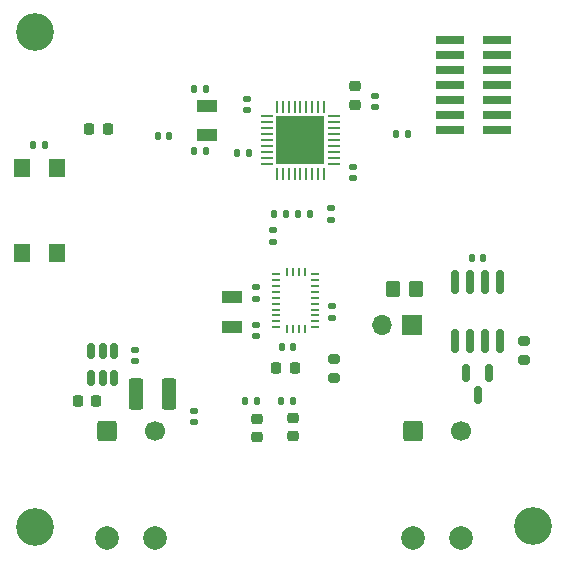
<source format=gbr>
%TF.GenerationSoftware,KiCad,Pcbnew,7.0.1-0*%
%TF.CreationDate,2024-03-03T19:15:34-08:00*%
%TF.ProjectId,BNOCAN,424e4f43-414e-42e6-9b69-6361645f7063,rev?*%
%TF.SameCoordinates,Original*%
%TF.FileFunction,Soldermask,Top*%
%TF.FilePolarity,Negative*%
%FSLAX46Y46*%
G04 Gerber Fmt 4.6, Leading zero omitted, Abs format (unit mm)*
G04 Created by KiCad (PCBNEW 7.0.1-0) date 2024-03-03 19:15:34*
%MOMM*%
%LPD*%
G01*
G04 APERTURE LIST*
G04 Aperture macros list*
%AMRoundRect*
0 Rectangle with rounded corners*
0 $1 Rounding radius*
0 $2 $3 $4 $5 $6 $7 $8 $9 X,Y pos of 4 corners*
0 Add a 4 corners polygon primitive as box body*
4,1,4,$2,$3,$4,$5,$6,$7,$8,$9,$2,$3,0*
0 Add four circle primitives for the rounded corners*
1,1,$1+$1,$2,$3*
1,1,$1+$1,$4,$5*
1,1,$1+$1,$6,$7*
1,1,$1+$1,$8,$9*
0 Add four rect primitives between the rounded corners*
20,1,$1+$1,$2,$3,$4,$5,0*
20,1,$1+$1,$4,$5,$6,$7,0*
20,1,$1+$1,$6,$7,$8,$9,0*
20,1,$1+$1,$8,$9,$2,$3,0*%
G04 Aperture macros list end*
%ADD10RoundRect,0.062500X-0.475000X-0.062500X0.475000X-0.062500X0.475000X0.062500X-0.475000X0.062500X0*%
%ADD11RoundRect,0.062500X-0.062500X-0.475000X0.062500X-0.475000X0.062500X0.475000X-0.062500X0.475000X0*%
%ADD12R,4.100000X4.100000*%
%ADD13RoundRect,0.218750X0.256250X-0.218750X0.256250X0.218750X-0.256250X0.218750X-0.256250X-0.218750X0*%
%ADD14R,1.800000X1.000000*%
%ADD15RoundRect,0.140000X-0.140000X-0.170000X0.140000X-0.170000X0.140000X0.170000X-0.140000X0.170000X0*%
%ADD16RoundRect,0.150000X-0.150000X0.587500X-0.150000X-0.587500X0.150000X-0.587500X0.150000X0.587500X0*%
%ADD17RoundRect,0.150000X-0.150000X0.825000X-0.150000X-0.825000X0.150000X-0.825000X0.150000X0.825000X0*%
%ADD18C,2.000000*%
%ADD19RoundRect,0.250000X-0.600000X-0.600000X0.600000X-0.600000X0.600000X0.600000X-0.600000X0.600000X0*%
%ADD20C,1.700000*%
%ADD21RoundRect,0.150000X-0.150000X0.512500X-0.150000X-0.512500X0.150000X-0.512500X0.150000X0.512500X0*%
%ADD22RoundRect,0.135000X-0.135000X-0.185000X0.135000X-0.185000X0.135000X0.185000X-0.135000X0.185000X0*%
%ADD23RoundRect,0.250000X0.350000X0.450000X-0.350000X0.450000X-0.350000X-0.450000X0.350000X-0.450000X0*%
%ADD24C,3.200000*%
%ADD25RoundRect,0.225000X0.225000X0.250000X-0.225000X0.250000X-0.225000X-0.250000X0.225000X-0.250000X0*%
%ADD26RoundRect,0.140000X0.170000X-0.140000X0.170000X0.140000X-0.170000X0.140000X-0.170000X-0.140000X0*%
%ADD27R,0.675000X0.254000*%
%ADD28R,0.254000X0.675000*%
%ADD29RoundRect,0.135000X0.185000X-0.135000X0.185000X0.135000X-0.185000X0.135000X-0.185000X-0.135000X0*%
%ADD30R,2.400000X0.740000*%
%ADD31RoundRect,0.140000X-0.170000X0.140000X-0.170000X-0.140000X0.170000X-0.140000X0.170000X0.140000X0*%
%ADD32R,1.700000X1.700000*%
%ADD33O,1.700000X1.700000*%
%ADD34RoundRect,0.250000X-0.375000X-1.075000X0.375000X-1.075000X0.375000X1.075000X-0.375000X1.075000X0*%
%ADD35RoundRect,0.135000X-0.185000X0.135000X-0.185000X-0.135000X0.185000X-0.135000X0.185000X0.135000X0*%
%ADD36RoundRect,0.140000X0.140000X0.170000X-0.140000X0.170000X-0.140000X-0.170000X0.140000X-0.170000X0*%
%ADD37RoundRect,0.225000X0.250000X-0.225000X0.250000X0.225000X-0.250000X0.225000X-0.250000X-0.225000X0*%
%ADD38R,1.400000X1.600000*%
%ADD39RoundRect,0.200000X0.275000X-0.200000X0.275000X0.200000X-0.275000X0.200000X-0.275000X-0.200000X0*%
%ADD40RoundRect,0.135000X0.135000X0.185000X-0.135000X0.185000X-0.135000X-0.185000X0.135000X-0.185000X0*%
%ADD41RoundRect,0.225000X-0.225000X-0.250000X0.225000X-0.250000X0.225000X0.250000X-0.225000X0.250000X0*%
G04 APERTURE END LIST*
D10*
%TO.C,U4*%
X133562500Y-66400000D03*
X133562500Y-66900000D03*
X133562500Y-67400000D03*
X133562500Y-67900000D03*
X133562500Y-68400000D03*
X133562500Y-68900000D03*
X133562500Y-69400000D03*
X133562500Y-69900000D03*
X133562500Y-70400000D03*
D11*
X134400000Y-71237500D03*
X134900000Y-71237500D03*
X135400000Y-71237500D03*
X135900000Y-71237500D03*
X136400000Y-71237500D03*
X136900000Y-71237500D03*
X137400000Y-71237500D03*
X137900000Y-71237500D03*
X138400000Y-71237500D03*
D10*
X139237500Y-70400000D03*
X139237500Y-69900000D03*
X139237500Y-69400000D03*
X139237500Y-68900000D03*
X139237500Y-68400000D03*
X139237500Y-67900000D03*
X139237500Y-67400000D03*
X139237500Y-66900000D03*
X139237500Y-66400000D03*
D11*
X138400000Y-65562500D03*
X137900000Y-65562500D03*
X137400000Y-65562500D03*
X136900000Y-65562500D03*
X136400000Y-65562500D03*
X135900000Y-65562500D03*
X135400000Y-65562500D03*
X134900000Y-65562500D03*
X134400000Y-65562500D03*
D12*
X136400000Y-68400000D03*
%TD*%
D13*
%TO.C,D1*%
X132700000Y-93575000D03*
X132700000Y-92000000D03*
%TD*%
D14*
%TO.C,Y2*%
X128500000Y-65487500D03*
X128500000Y-67987500D03*
%TD*%
D15*
%TO.C,C14*%
X124320000Y-68100000D03*
X125280000Y-68100000D03*
%TD*%
D16*
%TO.C,D2*%
X152350000Y-88150000D03*
X150450000Y-88150000D03*
X151400000Y-90025000D03*
%TD*%
D17*
%TO.C,U2*%
X153305000Y-80440286D03*
X152035000Y-80440286D03*
X150765000Y-80440286D03*
X149495000Y-80440286D03*
X149495000Y-85390286D03*
X150765000Y-85390286D03*
X152035000Y-85390286D03*
X153305000Y-85390286D03*
%TD*%
D18*
%TO.C,J2*%
X120050000Y-102075000D03*
X124050000Y-102075000D03*
D19*
X120050000Y-93075000D03*
D20*
X124050000Y-93075000D03*
%TD*%
D21*
%TO.C,U1*%
X120600000Y-86275000D03*
X119650000Y-86275000D03*
X118700000Y-86275000D03*
X118700000Y-88550000D03*
X119650000Y-88550000D03*
X120600000Y-88550000D03*
%TD*%
D22*
%TO.C,R10*%
X144490000Y-67900000D03*
X145510000Y-67900000D03*
%TD*%
D23*
%TO.C,R16*%
X146200000Y-81025000D03*
X144200000Y-81025000D03*
%TD*%
D13*
%TO.C,D3*%
X135800000Y-93487500D03*
X135800000Y-91912500D03*
%TD*%
D24*
%TO.C,H1*%
X113950000Y-59250000D03*
%TD*%
D25*
%TO.C,C2*%
X119100000Y-90475000D03*
X117550000Y-90475000D03*
%TD*%
D26*
%TO.C,C17*%
X142750000Y-65610000D03*
X142750000Y-64650000D03*
%TD*%
D22*
%TO.C,R12*%
X134127500Y-74637500D03*
X135147500Y-74637500D03*
%TD*%
D27*
%TO.C,U5*%
X134337500Y-84250000D03*
D28*
X135250000Y-84387500D03*
X135750000Y-84387500D03*
X136250000Y-84387500D03*
X136750000Y-84387500D03*
D27*
X137662500Y-84250000D03*
X137662500Y-83750000D03*
X137662500Y-83250000D03*
X137662500Y-82750000D03*
X137662500Y-82250000D03*
X137662500Y-81750000D03*
X137662500Y-81250000D03*
X137662500Y-80750000D03*
X137662500Y-80250000D03*
X137662500Y-79750000D03*
D28*
X136750000Y-79612500D03*
X136250000Y-79612500D03*
X135750000Y-79612500D03*
X135250000Y-79612500D03*
D27*
X134337500Y-79750000D03*
X134337500Y-80250000D03*
X134337500Y-80750000D03*
X134337500Y-81250000D03*
X134337500Y-81750000D03*
X134337500Y-82250000D03*
X134337500Y-82750000D03*
X134337500Y-83250000D03*
X134337500Y-83750000D03*
%TD*%
D26*
%TO.C,C6*%
X132662500Y-81830000D03*
X132662500Y-80870000D03*
%TD*%
D29*
%TO.C,R9*%
X134100000Y-77010000D03*
X134100000Y-75990000D03*
%TD*%
D30*
%TO.C,J3*%
X153000000Y-67550000D03*
X149100000Y-67550000D03*
X153000000Y-66280000D03*
X149100000Y-66280000D03*
X153000000Y-65010000D03*
X149100000Y-65010000D03*
X153000000Y-63740000D03*
X149100000Y-63740000D03*
X153000000Y-62470000D03*
X149100000Y-62470000D03*
X153000000Y-61200000D03*
X149100000Y-61200000D03*
X153000000Y-59930000D03*
X149100000Y-59930000D03*
%TD*%
D14*
%TO.C,Y1*%
X130562500Y-81700000D03*
X130562500Y-84200000D03*
%TD*%
D31*
%TO.C,C5*%
X132662500Y-84070000D03*
X132662500Y-85030000D03*
%TD*%
%TO.C,C7*%
X139062500Y-82470000D03*
X139062500Y-83430000D03*
%TD*%
D32*
%TO.C,JP1*%
X145875000Y-84025000D03*
D33*
X143335000Y-84025000D03*
%TD*%
D34*
%TO.C,L1*%
X122500000Y-89875000D03*
X125300000Y-89875000D03*
%TD*%
D18*
%TO.C,J1*%
X145950000Y-102075000D03*
X149950000Y-102075000D03*
D19*
X145950000Y-93075000D03*
D20*
X149950000Y-93075000D03*
%TD*%
D35*
%TO.C,R11*%
X138987500Y-74127500D03*
X138987500Y-75147500D03*
%TD*%
D15*
%TO.C,C1*%
X150920000Y-78415286D03*
X151880000Y-78415286D03*
%TD*%
D36*
%TO.C,C12*%
X128380000Y-64100000D03*
X127420000Y-64100000D03*
%TD*%
D22*
%TO.C,R13*%
X136227500Y-74637500D03*
X137247500Y-74637500D03*
%TD*%
D37*
%TO.C,C15*%
X141000000Y-65405000D03*
X141000000Y-63855000D03*
%TD*%
D26*
%TO.C,C16*%
X131837500Y-65880000D03*
X131837500Y-64920000D03*
%TD*%
D38*
%TO.C,SW1*%
X112800000Y-78000000D03*
X112800000Y-70800000D03*
X115800000Y-78000000D03*
X115800000Y-70800000D03*
%TD*%
D39*
%TO.C,R15*%
X155300000Y-87025000D03*
X155300000Y-85375000D03*
%TD*%
D36*
%TO.C,C11*%
X128380000Y-69300000D03*
X127420000Y-69300000D03*
%TD*%
D40*
%TO.C,R4*%
X135810000Y-90500000D03*
X134790000Y-90500000D03*
%TD*%
D31*
%TO.C,C4*%
X127400000Y-91315000D03*
X127400000Y-92275000D03*
%TD*%
D26*
%TO.C,C3*%
X122425000Y-87135000D03*
X122425000Y-86175000D03*
%TD*%
D36*
%TO.C,C19*%
X132017500Y-69537500D03*
X131057500Y-69537500D03*
%TD*%
D25*
%TO.C,C9*%
X135900000Y-87700000D03*
X134350000Y-87700000D03*
%TD*%
D36*
%TO.C,C10*%
X114730000Y-68800000D03*
X113770000Y-68800000D03*
%TD*%
D41*
%TO.C,R14*%
X118525000Y-67500000D03*
X120075000Y-67500000D03*
%TD*%
D24*
%TO.C,H3*%
X113950000Y-101150000D03*
%TD*%
D31*
%TO.C,C18*%
X140825000Y-70695000D03*
X140825000Y-71655000D03*
%TD*%
D22*
%TO.C,R5*%
X131690000Y-90493750D03*
X132710000Y-90493750D03*
%TD*%
D24*
%TO.C,H2*%
X156050000Y-101100000D03*
%TD*%
D36*
%TO.C,C8*%
X135805000Y-85900000D03*
X134845000Y-85900000D03*
%TD*%
D39*
%TO.C,R17*%
X139250000Y-88550000D03*
X139250000Y-86900000D03*
%TD*%
M02*

</source>
